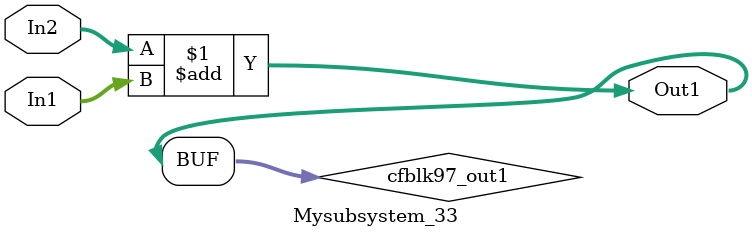
<source format=v>



`timescale 1 ns / 1 ns

module Mysubsystem_33
          (In1,
           In2,
           Out1);


  input   [7:0] In1;  // uint8
  input   [7:0] In2;  // uint8
  output  [7:0] Out1;  // uint8


  wire [7:0] cfblk97_out1;  // uint8


  assign cfblk97_out1 = In2 + In1;



  assign Out1 = cfblk97_out1;

endmodule  // Mysubsystem_33


</source>
